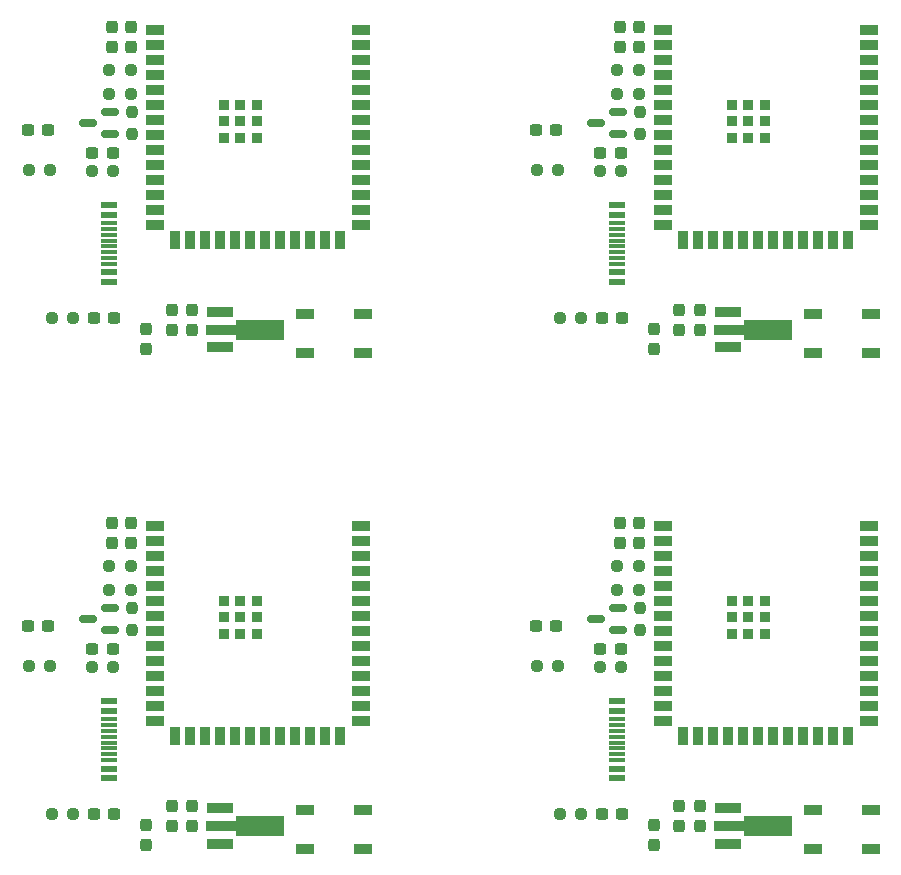
<source format=gtp>
G04 #@! TF.GenerationSoftware,KiCad,Pcbnew,6.0.11-2627ca5db0~126~ubuntu22.04.1*
G04 #@! TF.CreationDate,2023-02-05T22:44:53+11:00*
G04 #@! TF.ProjectId,panel,70616e65-6c2e-46b6-9963-61645f706362,rev?*
G04 #@! TF.SameCoordinates,Original*
G04 #@! TF.FileFunction,Paste,Top*
G04 #@! TF.FilePolarity,Positive*
%FSLAX46Y46*%
G04 Gerber Fmt 4.6, Leading zero omitted, Abs format (unit mm)*
G04 Created by KiCad (PCBNEW 6.0.11-2627ca5db0~126~ubuntu22.04.1) date 2023-02-05 22:44:53*
%MOMM*%
%LPD*%
G01*
G04 APERTURE LIST*
G04 Aperture macros list*
%AMRoundRect*
0 Rectangle with rounded corners*
0 $1 Rounding radius*
0 $2 $3 $4 $5 $6 $7 $8 $9 X,Y pos of 4 corners*
0 Add a 4 corners polygon primitive as box body*
4,1,4,$2,$3,$4,$5,$6,$7,$8,$9,$2,$3,0*
0 Add four circle primitives for the rounded corners*
1,1,$1+$1,$2,$3*
1,1,$1+$1,$4,$5*
1,1,$1+$1,$6,$7*
1,1,$1+$1,$8,$9*
0 Add four rect primitives between the rounded corners*
20,1,$1+$1,$2,$3,$4,$5,0*
20,1,$1+$1,$4,$5,$6,$7,0*
20,1,$1+$1,$6,$7,$8,$9,0*
20,1,$1+$1,$8,$9,$2,$3,0*%
%AMFreePoly0*
4,1,9,5.362500,-0.866500,1.237500,-0.866500,1.237500,-0.450000,-1.237500,-0.450000,-1.237500,0.450000,1.237500,0.450000,1.237500,0.866500,5.362500,0.866500,5.362500,-0.866500,5.362500,-0.866500,$1*%
G04 Aperture macros list end*
%ADD10R,1.500000X0.900000*%
%ADD11R,0.900000X1.500000*%
%ADD12R,0.900000X0.900000*%
%ADD13RoundRect,0.150000X0.587500X0.150000X-0.587500X0.150000X-0.587500X-0.150000X0.587500X-0.150000X0*%
%ADD14RoundRect,0.237500X0.237500X-0.300000X0.237500X0.300000X-0.237500X0.300000X-0.237500X-0.300000X0*%
%ADD15RoundRect,0.237500X0.250000X0.237500X-0.250000X0.237500X-0.250000X-0.237500X0.250000X-0.237500X0*%
%ADD16RoundRect,0.237500X0.300000X0.237500X-0.300000X0.237500X-0.300000X-0.237500X0.300000X-0.237500X0*%
%ADD17R,1.450000X0.600000*%
%ADD18R,1.450000X0.300000*%
%ADD19RoundRect,0.237500X0.237500X-0.250000X0.237500X0.250000X-0.237500X0.250000X-0.237500X-0.250000X0*%
%ADD20RoundRect,0.237500X-0.250000X-0.237500X0.250000X-0.237500X0.250000X0.237500X-0.250000X0.237500X0*%
%ADD21RoundRect,0.237500X-0.300000X-0.237500X0.300000X-0.237500X0.300000X0.237500X-0.300000X0.237500X0*%
%ADD22R,2.300000X0.900000*%
%ADD23FreePoly0,0.000000*%
G04 APERTURE END LIST*
D10*
X122715000Y-74715000D03*
X122715000Y-75985000D03*
X122715000Y-77255000D03*
X122715000Y-78525000D03*
X122715000Y-79795000D03*
X122715000Y-81065000D03*
X122715000Y-82335000D03*
X122715000Y-83605000D03*
X122715000Y-84875000D03*
X122715000Y-86145000D03*
X122715000Y-87415000D03*
X122715000Y-88685000D03*
X122715000Y-89955000D03*
X122715000Y-91225000D03*
D11*
X124480000Y-92475000D03*
X125750000Y-92475000D03*
X127020000Y-92475000D03*
X128290000Y-92475000D03*
X129560000Y-92475000D03*
X130830000Y-92475000D03*
X132100000Y-92475000D03*
X133370000Y-92475000D03*
X134640000Y-92475000D03*
X135910000Y-92475000D03*
X137180000Y-92475000D03*
X138450000Y-92475000D03*
D10*
X140215000Y-91225000D03*
X140215000Y-89955000D03*
X140215000Y-88685000D03*
X140215000Y-87415000D03*
X140215000Y-86145000D03*
X140215000Y-84875000D03*
X140215000Y-83605000D03*
X140215000Y-82335000D03*
X140215000Y-81065000D03*
X140215000Y-79795000D03*
X140215000Y-78525000D03*
X140215000Y-77255000D03*
X140215000Y-75985000D03*
X140215000Y-74715000D03*
D12*
X128565000Y-82435000D03*
X129965000Y-82435000D03*
X129965000Y-83835000D03*
X131365000Y-83835000D03*
X128565000Y-83835000D03*
X129965000Y-81035000D03*
X128565000Y-81035000D03*
X131365000Y-81035000D03*
X131365000Y-82435000D03*
D13*
X118937500Y-83550000D03*
X118937500Y-81650000D03*
X117062500Y-82600000D03*
D14*
X164990000Y-59762500D03*
X164990000Y-58037500D03*
X119100000Y-76162500D03*
X119100000Y-74437500D03*
X121990000Y-101762500D03*
X121990000Y-100037500D03*
D15*
X163712500Y-78130000D03*
X161887500Y-78130000D03*
D14*
X168900000Y-58112500D03*
X168900000Y-56387500D03*
D15*
X156872500Y-44590000D03*
X155047500Y-44590000D03*
D16*
X162162500Y-85100000D03*
X160437500Y-85100000D03*
D14*
X162100000Y-76162500D03*
X162100000Y-74437500D03*
D17*
X118885000Y-47550000D03*
X118885000Y-48350000D03*
D18*
X118885000Y-49550000D03*
X118885000Y-50550000D03*
X118885000Y-51050000D03*
X118885000Y-52050000D03*
D17*
X118885000Y-53250000D03*
X118885000Y-54050000D03*
X118885000Y-54050000D03*
X118885000Y-53250000D03*
D18*
X118885000Y-52550000D03*
X118885000Y-51550000D03*
X118885000Y-50050000D03*
X118885000Y-49050000D03*
D17*
X118885000Y-48350000D03*
X118885000Y-47550000D03*
D10*
X135450000Y-98750000D03*
X135450000Y-102050000D03*
X140350000Y-102050000D03*
X140350000Y-98750000D03*
D19*
X163800000Y-83512500D03*
X163800000Y-81687500D03*
D14*
X125900000Y-58112500D03*
X125900000Y-56387500D03*
D20*
X118887500Y-80100000D03*
X120712500Y-80100000D03*
D10*
X178450000Y-98750000D03*
X178450000Y-102050000D03*
X183350000Y-102050000D03*
X183350000Y-98750000D03*
D14*
X167150000Y-100112500D03*
X167150000Y-98387500D03*
D15*
X156872500Y-86590000D03*
X155047500Y-86590000D03*
X158822500Y-57070000D03*
X156997500Y-57070000D03*
X120712500Y-36130000D03*
X118887500Y-36130000D03*
D16*
X119292500Y-57090000D03*
X117567500Y-57090000D03*
D15*
X163712500Y-36130000D03*
X161887500Y-36130000D03*
X119212500Y-86650000D03*
X117387500Y-86650000D03*
D14*
X125900000Y-100112500D03*
X125900000Y-98387500D03*
D15*
X113872500Y-44590000D03*
X112047500Y-44590000D03*
D10*
X135450000Y-56750000D03*
X135450000Y-60050000D03*
X140350000Y-60050000D03*
X140350000Y-56750000D03*
D15*
X115822500Y-57070000D03*
X113997500Y-57070000D03*
D21*
X111977500Y-41220000D03*
X113702500Y-41220000D03*
X154977500Y-83220000D03*
X156702500Y-83220000D03*
D22*
X171250000Y-98600000D03*
D23*
X171337500Y-100100000D03*
D22*
X171250000Y-101600000D03*
D15*
X115822500Y-99070000D03*
X113997500Y-99070000D03*
D16*
X162292500Y-99090000D03*
X160567500Y-99090000D03*
D14*
X124150000Y-58112500D03*
X124150000Y-56387500D03*
X163700000Y-76162500D03*
X163700000Y-74437500D03*
D13*
X118937500Y-41550000D03*
X118937500Y-39650000D03*
X117062500Y-40600000D03*
D20*
X118887500Y-38100000D03*
X120712500Y-38100000D03*
X161887500Y-80100000D03*
X163712500Y-80100000D03*
D14*
X168900000Y-100112500D03*
X168900000Y-98387500D03*
D22*
X128250000Y-98600000D03*
D23*
X128337500Y-100100000D03*
D22*
X128250000Y-101600000D03*
D15*
X162212500Y-44650000D03*
X160387500Y-44650000D03*
D14*
X164990000Y-101762500D03*
X164990000Y-100037500D03*
D15*
X113872500Y-86590000D03*
X112047500Y-86590000D03*
D14*
X162100000Y-34162500D03*
X162100000Y-32437500D03*
X124150000Y-100112500D03*
X124150000Y-98387500D03*
D15*
X120712500Y-78130000D03*
X118887500Y-78130000D03*
D14*
X163700000Y-34162500D03*
X163700000Y-32437500D03*
D15*
X119212500Y-44650000D03*
X117387500Y-44650000D03*
D10*
X165715000Y-32715000D03*
X165715000Y-33985000D03*
X165715000Y-35255000D03*
X165715000Y-36525000D03*
X165715000Y-37795000D03*
X165715000Y-39065000D03*
X165715000Y-40335000D03*
X165715000Y-41605000D03*
X165715000Y-42875000D03*
X165715000Y-44145000D03*
X165715000Y-45415000D03*
X165715000Y-46685000D03*
X165715000Y-47955000D03*
X165715000Y-49225000D03*
D11*
X167480000Y-50475000D03*
X168750000Y-50475000D03*
X170020000Y-50475000D03*
X171290000Y-50475000D03*
X172560000Y-50475000D03*
X173830000Y-50475000D03*
X175100000Y-50475000D03*
X176370000Y-50475000D03*
X177640000Y-50475000D03*
X178910000Y-50475000D03*
X180180000Y-50475000D03*
X181450000Y-50475000D03*
D10*
X183215000Y-49225000D03*
X183215000Y-47955000D03*
X183215000Y-46685000D03*
X183215000Y-45415000D03*
X183215000Y-44145000D03*
X183215000Y-42875000D03*
X183215000Y-41605000D03*
X183215000Y-40335000D03*
X183215000Y-39065000D03*
X183215000Y-37795000D03*
X183215000Y-36525000D03*
X183215000Y-35255000D03*
X183215000Y-33985000D03*
X183215000Y-32715000D03*
D12*
X172965000Y-39035000D03*
X172965000Y-40435000D03*
X174365000Y-39035000D03*
X171565000Y-39035000D03*
X172965000Y-41835000D03*
X171565000Y-41835000D03*
X174365000Y-41835000D03*
X174365000Y-40435000D03*
X171565000Y-40435000D03*
D16*
X119162500Y-43100000D03*
X117437500Y-43100000D03*
X162162500Y-43100000D03*
X160437500Y-43100000D03*
D10*
X165715000Y-74715000D03*
X165715000Y-75985000D03*
X165715000Y-77255000D03*
X165715000Y-78525000D03*
X165715000Y-79795000D03*
X165715000Y-81065000D03*
X165715000Y-82335000D03*
X165715000Y-83605000D03*
X165715000Y-84875000D03*
X165715000Y-86145000D03*
X165715000Y-87415000D03*
X165715000Y-88685000D03*
X165715000Y-89955000D03*
X165715000Y-91225000D03*
D11*
X167480000Y-92475000D03*
X168750000Y-92475000D03*
X170020000Y-92475000D03*
X171290000Y-92475000D03*
X172560000Y-92475000D03*
X173830000Y-92475000D03*
X175100000Y-92475000D03*
X176370000Y-92475000D03*
X177640000Y-92475000D03*
X178910000Y-92475000D03*
X180180000Y-92475000D03*
X181450000Y-92475000D03*
D10*
X183215000Y-91225000D03*
X183215000Y-89955000D03*
X183215000Y-88685000D03*
X183215000Y-87415000D03*
X183215000Y-86145000D03*
X183215000Y-84875000D03*
X183215000Y-83605000D03*
X183215000Y-82335000D03*
X183215000Y-81065000D03*
X183215000Y-79795000D03*
X183215000Y-78525000D03*
X183215000Y-77255000D03*
X183215000Y-75985000D03*
X183215000Y-74715000D03*
D12*
X171565000Y-82435000D03*
X172965000Y-83835000D03*
X174365000Y-83835000D03*
X174365000Y-82435000D03*
X172965000Y-82435000D03*
X171565000Y-81035000D03*
X172965000Y-81035000D03*
X174365000Y-81035000D03*
X171565000Y-83835000D03*
D19*
X120800000Y-83512500D03*
X120800000Y-81687500D03*
D15*
X162212500Y-86650000D03*
X160387500Y-86650000D03*
D21*
X154977500Y-41220000D03*
X156702500Y-41220000D03*
D15*
X158822500Y-99070000D03*
X156997500Y-99070000D03*
D16*
X119162500Y-85100000D03*
X117437500Y-85100000D03*
D14*
X120700000Y-76162500D03*
X120700000Y-74437500D03*
D10*
X122715000Y-32715000D03*
X122715000Y-33985000D03*
X122715000Y-35255000D03*
X122715000Y-36525000D03*
X122715000Y-37795000D03*
X122715000Y-39065000D03*
X122715000Y-40335000D03*
X122715000Y-41605000D03*
X122715000Y-42875000D03*
X122715000Y-44145000D03*
X122715000Y-45415000D03*
X122715000Y-46685000D03*
X122715000Y-47955000D03*
X122715000Y-49225000D03*
D11*
X124480000Y-50475000D03*
X125750000Y-50475000D03*
X127020000Y-50475000D03*
X128290000Y-50475000D03*
X129560000Y-50475000D03*
X130830000Y-50475000D03*
X132100000Y-50475000D03*
X133370000Y-50475000D03*
X134640000Y-50475000D03*
X135910000Y-50475000D03*
X137180000Y-50475000D03*
X138450000Y-50475000D03*
D10*
X140215000Y-49225000D03*
X140215000Y-47955000D03*
X140215000Y-46685000D03*
X140215000Y-45415000D03*
X140215000Y-44145000D03*
X140215000Y-42875000D03*
X140215000Y-41605000D03*
X140215000Y-40335000D03*
X140215000Y-39065000D03*
X140215000Y-37795000D03*
X140215000Y-36525000D03*
X140215000Y-35255000D03*
X140215000Y-33985000D03*
X140215000Y-32715000D03*
D12*
X128565000Y-41835000D03*
X131365000Y-39035000D03*
X128565000Y-39035000D03*
X129965000Y-40435000D03*
X131365000Y-40435000D03*
X128565000Y-40435000D03*
X131365000Y-41835000D03*
X129965000Y-41835000D03*
X129965000Y-39035000D03*
D17*
X161885000Y-47550000D03*
X161885000Y-48350000D03*
D18*
X161885000Y-49550000D03*
X161885000Y-50550000D03*
X161885000Y-51050000D03*
X161885000Y-52050000D03*
D17*
X161885000Y-53250000D03*
X161885000Y-54050000D03*
X161885000Y-54050000D03*
X161885000Y-53250000D03*
D18*
X161885000Y-52550000D03*
X161885000Y-51550000D03*
X161885000Y-50050000D03*
X161885000Y-49050000D03*
D17*
X161885000Y-48350000D03*
X161885000Y-47550000D03*
D22*
X128250000Y-56600000D03*
D23*
X128337500Y-58100000D03*
D22*
X128250000Y-59600000D03*
D19*
X120800000Y-41512500D03*
X120800000Y-39687500D03*
D14*
X167150000Y-58112500D03*
X167150000Y-56387500D03*
D17*
X118885000Y-89550000D03*
X118885000Y-90350000D03*
D18*
X118885000Y-91550000D03*
X118885000Y-92550000D03*
X118885000Y-93050000D03*
X118885000Y-94050000D03*
D17*
X118885000Y-95250000D03*
X118885000Y-96050000D03*
X118885000Y-96050000D03*
X118885000Y-95250000D03*
D18*
X118885000Y-94550000D03*
X118885000Y-93550000D03*
X118885000Y-92050000D03*
X118885000Y-91050000D03*
D17*
X118885000Y-90350000D03*
X118885000Y-89550000D03*
D10*
X178450000Y-56750000D03*
X178450000Y-60050000D03*
X183350000Y-60050000D03*
X183350000Y-56750000D03*
D21*
X111977500Y-83220000D03*
X113702500Y-83220000D03*
D14*
X119100000Y-34162500D03*
X119100000Y-32437500D03*
X120700000Y-34162500D03*
X120700000Y-32437500D03*
D20*
X161887500Y-38100000D03*
X163712500Y-38100000D03*
D22*
X171250000Y-56600000D03*
D23*
X171337500Y-58100000D03*
D22*
X171250000Y-59600000D03*
D16*
X119292500Y-99090000D03*
X117567500Y-99090000D03*
D13*
X161937500Y-41550000D03*
X161937500Y-39650000D03*
X160062500Y-40600000D03*
D14*
X121990000Y-59762500D03*
X121990000Y-58037500D03*
D16*
X162292500Y-57090000D03*
X160567500Y-57090000D03*
D13*
X161937500Y-83550000D03*
X161937500Y-81650000D03*
X160062500Y-82600000D03*
D19*
X163800000Y-41512500D03*
X163800000Y-39687500D03*
D17*
X161885000Y-89550000D03*
X161885000Y-90350000D03*
D18*
X161885000Y-91550000D03*
X161885000Y-92550000D03*
X161885000Y-93050000D03*
X161885000Y-94050000D03*
D17*
X161885000Y-95250000D03*
X161885000Y-96050000D03*
X161885000Y-96050000D03*
X161885000Y-95250000D03*
D18*
X161885000Y-94550000D03*
X161885000Y-93550000D03*
X161885000Y-92050000D03*
X161885000Y-91050000D03*
D17*
X161885000Y-90350000D03*
X161885000Y-89550000D03*
M02*

</source>
